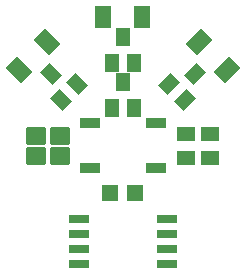
<source format=gts>
G04 #@! TF.GenerationSoftware,KiCad,Pcbnew,(6.0.0)*
G04 #@! TF.CreationDate,2022-11-07T22:53:33+10:30*
G04 #@! TF.ProjectId,MicroTVbGone_r2,4d696372-6f54-4566-9247-6f6e655f7232,rev?*
G04 #@! TF.SameCoordinates,Original*
G04 #@! TF.FileFunction,Soldermask,Top*
G04 #@! TF.FilePolarity,Negative*
%FSLAX46Y46*%
G04 Gerber Fmt 4.6, Leading zero omitted, Abs format (unit mm)*
G04 Created by KiCad (PCBNEW (6.0.0)) date 2022-11-07 22:53:33*
%MOMM*%
%LPD*%
G01*
G04 APERTURE LIST*
G04 Aperture macros list*
%AMRoundRect*
0 Rectangle with rounded corners*
0 $1 Rounding radius*
0 $2 $3 $4 $5 $6 $7 $8 $9 X,Y pos of 4 corners*
0 Add a 4 corners polygon primitive as box body*
4,1,4,$2,$3,$4,$5,$6,$7,$8,$9,$2,$3,0*
0 Add four circle primitives for the rounded corners*
1,1,$1+$1,$2,$3*
1,1,$1+$1,$4,$5*
1,1,$1+$1,$6,$7*
1,1,$1+$1,$8,$9*
0 Add four rect primitives between the rounded corners*
20,1,$1+$1,$2,$3,$4,$5,0*
20,1,$1+$1,$4,$5,$6,$7,0*
20,1,$1+$1,$6,$7,$8,$9,0*
20,1,$1+$1,$8,$9,$2,$3,0*%
G04 Aperture macros list end*
%ADD10RoundRect,0.076200X-0.500000X-0.700000X0.500000X-0.700000X0.500000X0.700000X-0.500000X0.700000X0*%
%ADD11RoundRect,0.076200X0.624840X-0.849629X0.624840X0.849629X-0.624840X0.849629X-0.624840X-0.849629X0*%
%ADD12RoundRect,0.076200X0.700000X-0.550000X0.700000X0.550000X-0.700000X0.550000X-0.700000X-0.550000X0*%
%ADD13RoundRect,0.076200X-0.750000X0.650000X-0.750000X-0.650000X0.750000X-0.650000X0.750000X0.650000X0*%
%ADD14RoundRect,0.076200X1.042607X-0.158950X-0.158950X1.042607X-1.042607X0.158950X0.158950X-1.042607X0*%
%ADD15RoundRect,0.076200X-0.700000X0.550000X-0.700000X-0.550000X0.700000X-0.550000X0.700000X0.550000X0*%
%ADD16RoundRect,0.076200X0.141421X-0.848528X0.848528X-0.141421X-0.141421X0.848528X-0.848528X0.141421X0*%
%ADD17RoundRect,0.076200X-0.848528X-0.141421X-0.141421X-0.848528X0.848528X0.141421X0.141421X0.848528X0*%
%ADD18RoundRect,0.076200X-0.774700X-0.266700X0.774700X-0.266700X0.774700X0.266700X-0.774700X0.266700X0*%
%ADD19RoundRect,0.076200X-0.158950X-1.042607X1.042607X0.158950X0.158950X1.042607X-1.042607X-0.158950X0*%
%ADD20RoundRect,0.076200X0.600000X-0.600000X0.600000X0.600000X-0.600000X0.600000X-0.600000X-0.600000X0*%
%ADD21RoundRect,0.076200X0.762000X-0.381000X0.762000X0.381000X-0.762000X0.381000X-0.762000X-0.381000X0*%
G04 APERTURE END LIST*
D10*
G04 #@! TO.C,Q2*
X147551100Y-97975600D03*
X149451100Y-97975600D03*
X148501100Y-95775600D03*
G04 #@! TD*
D11*
G04 #@! TO.C,U$2*
X146850100Y-94081600D03*
X150152100Y-94081600D03*
G04 #@! TD*
D12*
G04 #@! TO.C,R1*
X153835100Y-106003600D03*
X153835100Y-104003600D03*
G04 #@! TD*
D13*
G04 #@! TO.C,C2*
X143167100Y-104153600D03*
X143167100Y-105853600D03*
G04 #@! TD*
D14*
G04 #@! TO.C,U$3*
X139713667Y-98551033D03*
X142048533Y-96216167D03*
G04 #@! TD*
D15*
G04 #@! TO.C,R5*
X155867100Y-104003600D03*
X155867100Y-106003600D03*
G04 #@! TD*
D13*
G04 #@! TO.C,C1*
X141135100Y-104153600D03*
X141135100Y-105853600D03*
G04 #@! TD*
D10*
G04 #@! TO.C,T1*
X147551100Y-101785600D03*
X148501100Y-99585600D03*
X149451100Y-101785600D03*
G04 #@! TD*
D16*
G04 #@! TO.C,Q1*
X143273166Y-101119169D03*
X144616669Y-99775666D03*
X142389283Y-98891783D03*
G04 #@! TD*
D17*
G04 #@! TO.C,Q4*
X152385531Y-99775666D03*
X153729034Y-101119169D03*
X154612917Y-98891783D03*
G04 #@! TD*
D18*
G04 #@! TO.C,U1*
X144792700Y-111226600D03*
X144792700Y-112496600D03*
X144792700Y-113766600D03*
X144792700Y-115036600D03*
X152209500Y-115036600D03*
X152209500Y-113766600D03*
X152209500Y-112496600D03*
X152209500Y-111226600D03*
G04 #@! TD*
D19*
G04 #@! TO.C,U$4*
X154953667Y-96216167D03*
X157288533Y-98551033D03*
G04 #@! TD*
D20*
G04 #@! TO.C,LED1*
X149551100Y-108966000D03*
X147451100Y-108966000D03*
G04 #@! TD*
D21*
G04 #@! TO.C,S2*
X145707100Y-103098600D03*
X151295100Y-103098600D03*
X145707100Y-106908600D03*
X151295100Y-106908600D03*
G04 #@! TD*
M02*

</source>
